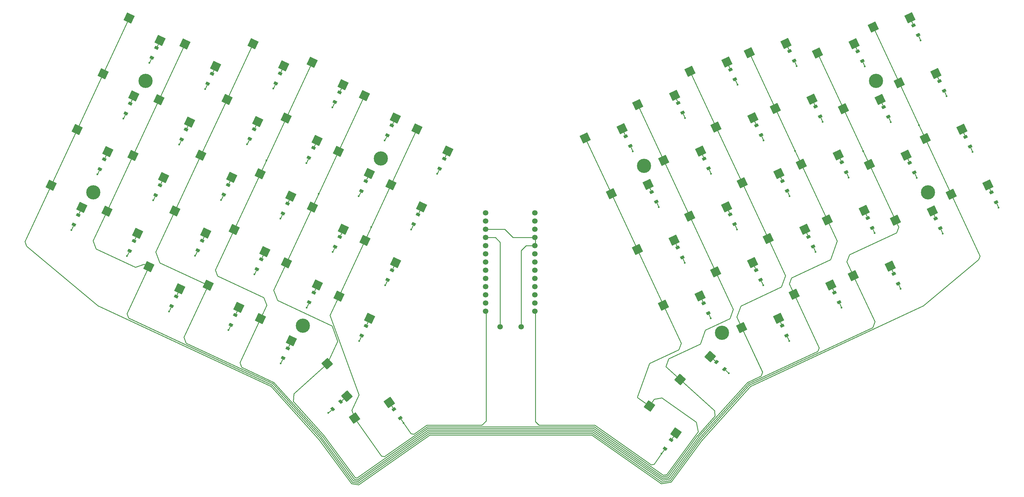
<source format=gbl>
%TF.GenerationSoftware,KiCad,Pcbnew,8.0.7*%
%TF.CreationDate,2024-12-23T04:44:47-05:00*%
%TF.ProjectId,mx,6d782e6b-6963-4616-945f-706362585858,v1.0.0*%
%TF.SameCoordinates,Original*%
%TF.FileFunction,Copper,L2,Bot*%
%TF.FilePolarity,Positive*%
%FSLAX46Y46*%
G04 Gerber Fmt 4.6, Leading zero omitted, Abs format (unit mm)*
G04 Created by KiCad (PCBNEW 8.0.7) date 2024-12-23 04:44:47*
%MOMM*%
%LPD*%
G01*
G04 APERTURE LIST*
G04 Aperture macros list*
%AMRotRect*
0 Rectangle, with rotation*
0 The origin of the aperture is its center*
0 $1 length*
0 $2 width*
0 $3 Rotation angle, in degrees counterclockwise*
0 Add horizontal line*
21,1,$1,$2,0,0,$3*%
G04 Aperture macros list end*
%TA.AperFunction,ComponentPad*%
%ADD10C,0.600000*%
%TD*%
%TA.AperFunction,ComponentPad*%
%ADD11C,0.700000*%
%TD*%
%TA.AperFunction,ComponentPad*%
%ADD12C,4.400000*%
%TD*%
%TA.AperFunction,ComponentPad*%
%ADD13C,1.700000*%
%TD*%
%TA.AperFunction,SMDPad,CuDef*%
%ADD14RotRect,0.900000X1.200000X65.000000*%
%TD*%
%TA.AperFunction,SMDPad,CuDef*%
%ADD15RotRect,2.600000X2.600000X25.000000*%
%TD*%
%TA.AperFunction,SMDPad,CuDef*%
%ADD16RotRect,0.900000X1.200000X115.000000*%
%TD*%
%TA.AperFunction,SMDPad,CuDef*%
%ADD17RotRect,2.600000X2.600000X335.000000*%
%TD*%
%TA.AperFunction,SMDPad,CuDef*%
%ADD18RotRect,0.900000X1.200000X55.000000*%
%TD*%
%TA.AperFunction,SMDPad,CuDef*%
%ADD19RotRect,0.900000X1.200000X125.000000*%
%TD*%
%TA.AperFunction,SMDPad,CuDef*%
%ADD20RotRect,2.600000X2.600000X48.000000*%
%TD*%
%TA.AperFunction,SMDPad,CuDef*%
%ADD21RotRect,0.900000X1.200000X42.000000*%
%TD*%
%TA.AperFunction,SMDPad,CuDef*%
%ADD22RotRect,2.600000X2.600000X312.000000*%
%TD*%
%TA.AperFunction,SMDPad,CuDef*%
%ADD23RotRect,2.600000X2.600000X35.000000*%
%TD*%
%TA.AperFunction,SMDPad,CuDef*%
%ADD24RotRect,2.600000X2.600000X325.000000*%
%TD*%
%TA.AperFunction,SMDPad,CuDef*%
%ADD25RotRect,0.900000X1.200000X138.000000*%
%TD*%
%TA.AperFunction,Conductor*%
%ADD26C,0.250000*%
%TD*%
G04 APERTURE END LIST*
D10*
X336233669Y-120975446D03*
X344284549Y-138240606D03*
X171584677Y-109435315D03*
D11*
X96022972Y-90226875D03*
X95967885Y-91488529D03*
X96954047Y-89373701D03*
X96821059Y-92419604D03*
D12*
X97518380Y-90924196D03*
D11*
X98215701Y-89428788D03*
X98082713Y-92474691D03*
X99068875Y-90359863D03*
X99013788Y-91621517D03*
X250296683Y-117934030D03*
X250241596Y-116672377D03*
X251227759Y-118787204D03*
X251094770Y-115741301D03*
D12*
X251792091Y-117236709D03*
D11*
X252489412Y-118732117D03*
X252356423Y-115686214D03*
X253342586Y-117801041D03*
X253287499Y-116539388D03*
D10*
X280741480Y-92124339D03*
X336892449Y-104641688D03*
X298558558Y-112586675D03*
D13*
X218049070Y-131824890D03*
X218049070Y-134364887D03*
X218049071Y-136904891D03*
X218049070Y-139444889D03*
X218049070Y-141984887D03*
X218049071Y-144524889D03*
X218049070Y-147064888D03*
X218049069Y-149604889D03*
X218049070Y-152144891D03*
X218049070Y-154684889D03*
X218049071Y-157224888D03*
X218049070Y-159764891D03*
X218049069Y-162304889D03*
X202809070Y-162304888D03*
X202809070Y-159764891D03*
X202809069Y-157224887D03*
X202809070Y-154684889D03*
X202809070Y-152144891D03*
X202809069Y-149604889D03*
X202809070Y-147064890D03*
X202809071Y-144524889D03*
X202809070Y-141984887D03*
X202809070Y-139444889D03*
X202809069Y-136904890D03*
X202809070Y-134364887D03*
X202809071Y-131824889D03*
D10*
X337397080Y-78394239D03*
X104850841Y-162394212D03*
X139381167Y-178495965D03*
X179742420Y-137017128D03*
X272476878Y-164553120D03*
X147325177Y-116383834D03*
X177407955Y-196940240D03*
X163640662Y-171547451D03*
X82618709Y-119918899D03*
D11*
X338206112Y-126151843D03*
X338151025Y-124890190D03*
X339137188Y-127005017D03*
X339004199Y-123959114D03*
D12*
X339701520Y-125454522D03*
D11*
X340398841Y-126949930D03*
X340265852Y-123904027D03*
X341252015Y-126018854D03*
X341196928Y-124757201D03*
D10*
X320131912Y-86445115D03*
X171691540Y-154282284D03*
D11*
X274449323Y-169729518D03*
X274394236Y-168467865D03*
X275380399Y-170582692D03*
X275247410Y-167536789D03*
D12*
X275944731Y-169032197D03*
D11*
X276642052Y-170527605D03*
X276509063Y-167481702D03*
X277495226Y-169596529D03*
X277440139Y-168334876D03*
D10*
X151153597Y-125920280D03*
X315164944Y-120869552D03*
X312944989Y-161184988D03*
X272583739Y-119706143D03*
X107934744Y-110704613D03*
X288792354Y-109389497D03*
X307114062Y-103604385D03*
X304894111Y-143919825D03*
X319627285Y-112692564D03*
X288685492Y-154236476D03*
X112901718Y-145129050D03*
X74567827Y-137184059D03*
X264425999Y-147287957D03*
X129003472Y-110598724D03*
X361549707Y-130189734D03*
X139274306Y-133648994D03*
X134944981Y-115603632D03*
X353498830Y-112924568D03*
X299063184Y-86339227D03*
X98720461Y-85388570D03*
X296843235Y-126654661D03*
X120952598Y-127863884D03*
X248324244Y-112757629D03*
X137054351Y-93333560D03*
X155482920Y-143965640D03*
X257267153Y-206432931D03*
X131223425Y-150914154D03*
X90669583Y-102653736D03*
X91832992Y-145234943D03*
X280634617Y-136971309D03*
D13*
X207309072Y-167159890D03*
X213809072Y-167159894D03*
D10*
X345447956Y-95659405D03*
X167362214Y-136236928D03*
X154113071Y-193823305D03*
X163533800Y-126700473D03*
X323215819Y-138134718D03*
X115985624Y-93439450D03*
X99883871Y-127969775D03*
D11*
X144734551Y-166069106D03*
X144679464Y-167330760D03*
X145665626Y-165215932D03*
X145532638Y-168261835D03*
D12*
X146229959Y-166766427D03*
D11*
X146927280Y-165271019D03*
X146794292Y-168316922D03*
X147780454Y-166202094D03*
X147725367Y-167463748D03*
D10*
X264532859Y-102440980D03*
D11*
X322104360Y-91621517D03*
X322049273Y-90359864D03*
X323035436Y-92474691D03*
X322902447Y-89428788D03*
D12*
X323599768Y-90924196D03*
D11*
X324297089Y-92419604D03*
X324164100Y-89373701D03*
X325150263Y-91488528D03*
X325095176Y-90226875D03*
D10*
X331266697Y-155399879D03*
D11*
X79921216Y-124757204D03*
X79866129Y-126018858D03*
X80852291Y-123904030D03*
X80719303Y-126949933D03*
D12*
X81416624Y-125454525D03*
D11*
X82113945Y-123959117D03*
X81980957Y-127005020D03*
X82967119Y-124890192D03*
X82912032Y-126151846D03*
D10*
X123172552Y-168179319D03*
X147432042Y-161230803D03*
X187793297Y-119751960D03*
D11*
X168887188Y-114273616D03*
X168832101Y-115535270D03*
X169818263Y-113420442D03*
X169685275Y-116466345D03*
D12*
X170382596Y-114970937D03*
D11*
X171079917Y-113475529D03*
X170946929Y-116521432D03*
X171933091Y-114406604D03*
X171878004Y-115668258D03*
D10*
X296736372Y-171501634D03*
X256375121Y-130022791D03*
X328182788Y-103710285D03*
X155376060Y-99118667D03*
X278079188Y-181524263D03*
D14*
X172366520Y-107758646D03*
X173761162Y-104767830D03*
D15*
X241702214Y-125886275D03*
X253099832Y-122998910D03*
X305459005Y-82308598D03*
X316856623Y-79421233D03*
D14*
X113683559Y-143452377D03*
X115078201Y-140461561D03*
D16*
X288010512Y-107712829D03*
X286615870Y-104722013D03*
D17*
X141062377Y-102484824D03*
X150600471Y-109359942D03*
D16*
X344666116Y-93982733D03*
X343271474Y-90991917D03*
D14*
X188575140Y-118075294D03*
X189969782Y-115084478D03*
X123954393Y-166502648D03*
X125349035Y-163511832D03*
D15*
X322724172Y-74257720D03*
X334121790Y-71370355D03*
X274012585Y-150099952D03*
X285410203Y-147212587D03*
D16*
X255593273Y-128346121D03*
X254198631Y-125355305D03*
X314383100Y-119192883D03*
X312988458Y-116202067D03*
D15*
X282170322Y-122518139D03*
X293567940Y-119630774D03*
D17*
X114689794Y-113964879D03*
X124227888Y-120839997D03*
D14*
X105632682Y-160717542D03*
X107027324Y-157726726D03*
X108716588Y-109027947D03*
X110111230Y-106037131D03*
D15*
X290221204Y-139783304D03*
X301618822Y-136895939D03*
D18*
X258328267Y-204917500D03*
X260221069Y-202214296D03*
D17*
X101671941Y-96805613D03*
X111210035Y-103680731D03*
D16*
X287903652Y-152559803D03*
X286509010Y-149568987D03*
D14*
X172473378Y-152605624D03*
X173868020Y-149614808D03*
X156157903Y-97441999D03*
X157552545Y-94451183D03*
X140163011Y-176819299D03*
X141557653Y-173828483D03*
X180524261Y-135340458D03*
X181918903Y-132349642D03*
D17*
X149113258Y-85219663D03*
X158651352Y-92094781D03*
X133118365Y-164596962D03*
X142656459Y-171472080D03*
D16*
X322433980Y-136458048D03*
X321039338Y-133467232D03*
D17*
X76355899Y-106019892D03*
X85893993Y-112895010D03*
D15*
X249859954Y-98304465D03*
X261257572Y-95417100D03*
D16*
X279852768Y-135294636D03*
X278458126Y-132303820D03*
X360767863Y-128513062D03*
X359373221Y-125522246D03*
X295954526Y-169824965D03*
X294559884Y-166834149D03*
D19*
X176346840Y-195424812D03*
X174454038Y-192721608D03*
D15*
X274119444Y-105252975D03*
X285517062Y-102365610D03*
D16*
X263644154Y-145611287D03*
X262249512Y-142620471D03*
X312163148Y-159508319D03*
X310768506Y-156517503D03*
D14*
X99502301Y-83711902D03*
X100896943Y-80721086D03*
D17*
X122740672Y-96699717D03*
X132278766Y-103574835D03*
D14*
X137836191Y-91656883D03*
X139230833Y-88666067D03*
X83400548Y-118242232D03*
X84795190Y-115251416D03*
D16*
X296061387Y-124977990D03*
X294666745Y-121987174D03*
D14*
X75349670Y-135507394D03*
X76744312Y-132516578D03*
D16*
X271801895Y-118029476D03*
X270407253Y-115038660D03*
D14*
X140056146Y-131972324D03*
X141450788Y-128981508D03*
D15*
X257803970Y-160416599D03*
X269201588Y-157529234D03*
D17*
X92457655Y-71489569D03*
X101995749Y-78364687D03*
D15*
X300492033Y-116733033D03*
X311889651Y-113845668D03*
D16*
X304112266Y-142243154D03*
X302717624Y-139252338D03*
D17*
X157377862Y-157648447D03*
X166915956Y-164523565D03*
D15*
X265961706Y-132834785D03*
X277359324Y-129947420D03*
D14*
X129785317Y-108922052D03*
X131179959Y-105931236D03*
D17*
X165428732Y-140383286D03*
X174966826Y-147258404D03*
D16*
X343502708Y-136563937D03*
X342108066Y-133573121D03*
D20*
X262956433Y-183449736D03*
X272319813Y-176338502D03*
D14*
X121734438Y-126187218D03*
X123129080Y-123196402D03*
D15*
X292441156Y-99467869D03*
X303838774Y-96580504D03*
D17*
X93621064Y-114070774D03*
X103159158Y-120945892D03*
D14*
X116767467Y-91762779D03*
X118162109Y-88771963D03*
D17*
X130791547Y-79434555D03*
X140329641Y-86309673D03*
X85570185Y-131335934D03*
X95108279Y-138211052D03*
X106638917Y-131230045D03*
X116177011Y-138105163D03*
D14*
X164422502Y-169870782D03*
X165817144Y-166879966D03*
D15*
X249753091Y-143151438D03*
X261150709Y-140264073D03*
D17*
X173479615Y-123118121D03*
X183017709Y-129993239D03*
D16*
X263751017Y-100764315D03*
X262356375Y-97773499D03*
X330484855Y-153723211D03*
X329090213Y-150732395D03*
X336615233Y-76717568D03*
X335220591Y-73726752D03*
D14*
X164315642Y-125023807D03*
X165710284Y-122032991D03*
D21*
X155487887Y-192585418D03*
X157940265Y-190377286D03*
D22*
X153778900Y-178582140D03*
X159872441Y-188637549D03*
D14*
X148107026Y-114707159D03*
X149501668Y-111716343D03*
D15*
X338825922Y-108788047D03*
X350223540Y-105900682D03*
D16*
X306332221Y-101927720D03*
X304937579Y-98936904D03*
D14*
X132005271Y-149237489D03*
X133399913Y-146246673D03*
D17*
X165321874Y-95536312D03*
X174859968Y-102411430D03*
X124960625Y-137015150D03*
X134498719Y-143890268D03*
D16*
X352716991Y-111247899D03*
X351322349Y-108257083D03*
D17*
X98588037Y-148495204D03*
X108126131Y-155370322D03*
D16*
X327400946Y-102033617D03*
X326006304Y-99042801D03*
X279959634Y-90447663D03*
X278564992Y-87456847D03*
D17*
X141169242Y-147331801D03*
X150707336Y-154206919D03*
X109722818Y-79540448D03*
X119260912Y-86415566D03*
D15*
X298272080Y-157048467D03*
X309669698Y-154161102D03*
X282063464Y-167365115D03*
X293461082Y-164477750D03*
X233651335Y-108621111D03*
X245048953Y-105733746D03*
X257910826Y-115569622D03*
X269308444Y-112682257D03*
X330775048Y-91522883D03*
X342172666Y-88635518D03*
X308542914Y-133998194D03*
X319940532Y-131110829D03*
X321560759Y-116838922D03*
X332958377Y-113951557D03*
D14*
X100665711Y-126293106D03*
X102060353Y-123302290D03*
D23*
X162239668Y-195414481D03*
X172962743Y-190591807D03*
D17*
X133011499Y-119749988D03*
X142549593Y-126625106D03*
D14*
X148213884Y-159554132D03*
X149608526Y-156563316D03*
D16*
X319350072Y-84768450D03*
X317955430Y-81777634D03*
D17*
X181530494Y-105852955D03*
X191068588Y-112728073D03*
D16*
X298281341Y-84662555D03*
X296886699Y-81671739D03*
X335451828Y-119298776D03*
X334057186Y-116307960D03*
D14*
X156264767Y-142288968D03*
X157659409Y-139298152D03*
D15*
X313509883Y-99573760D03*
X324907501Y-96686395D03*
D16*
X247542397Y-111080961D03*
X246147755Y-108090145D03*
D14*
X92614838Y-143558272D03*
X94009480Y-140567456D03*
D15*
X329611641Y-134104088D03*
X341009259Y-131216723D03*
D24*
X253513031Y-191657557D03*
X261712367Y-200084501D03*
D17*
X149220122Y-130066633D03*
X158758216Y-136941751D03*
X68305022Y-123285062D03*
X77843116Y-130160180D03*
X157270995Y-112801469D03*
X166809089Y-119676587D03*
D25*
X276704370Y-180286372D03*
X274251990Y-178078238D03*
D15*
X284390278Y-82202705D03*
X295787896Y-79315340D03*
D17*
X116909744Y-154280318D03*
X126447838Y-161155436D03*
D15*
X346876800Y-126053209D03*
X358274418Y-123165844D03*
D16*
X271695036Y-162876452D03*
X270300394Y-159885636D03*
D17*
X84406780Y-88754732D03*
X93944874Y-95629850D03*
D15*
X316593791Y-151263358D03*
X327991409Y-148375993D03*
D14*
X91451424Y-100977066D03*
X92846066Y-97986250D03*
D15*
X266068564Y-87987816D03*
X277466182Y-85100451D03*
D26*
X163471218Y-216091102D02*
X164102450Y-215627288D01*
X257015691Y-215627287D02*
X256899397Y-215545862D01*
X151247620Y-202112225D02*
X151253984Y-202112560D01*
X235606792Y-200636618D02*
X235606778Y-200636618D01*
X68305023Y-123285059D02*
X60177931Y-140713667D01*
X256899397Y-215545862D02*
X235606792Y-200636618D01*
X68305019Y-123285056D02*
X68305022Y-123285060D01*
X136379916Y-185601866D02*
X136381204Y-185601398D01*
X322724173Y-74257719D02*
X330775049Y-91522876D01*
X84406780Y-88754733D02*
X84343637Y-88890139D01*
X346876798Y-126053207D02*
X346876802Y-126053208D01*
X185538005Y-200636625D02*
X185538006Y-200636623D01*
X183348900Y-202150782D02*
X183358732Y-202152510D01*
X284728022Y-185623208D02*
X284709516Y-185631850D01*
X336892445Y-104641689D02*
X336892449Y-104641688D01*
X336892447Y-104641692D02*
X336892449Y-104641688D01*
X76355899Y-106019893D02*
X68305019Y-123285056D01*
X260211638Y-215249340D02*
X257135851Y-215719600D01*
X346876802Y-126053208D02*
X355806499Y-145203007D01*
X160782740Y-215080909D02*
X161278695Y-215755886D01*
X84343637Y-88890139D02*
X84343633Y-88890141D01*
X60177931Y-140713667D02*
X60707719Y-142169243D01*
X338253526Y-160614517D02*
X338247693Y-160613985D01*
X164102450Y-215627288D02*
X183348900Y-202150782D01*
X82856891Y-160608094D02*
X82857677Y-160608020D01*
X82857677Y-160608020D02*
X136379916Y-185601866D01*
X185538006Y-200636623D02*
X235606778Y-200636618D01*
X338825923Y-108788048D02*
X346876798Y-126053207D01*
X330775049Y-91522876D02*
X330775048Y-91522884D01*
X84343633Y-88890141D02*
X76355899Y-106019893D01*
X136381204Y-185601398D02*
X151247620Y-202112225D01*
X338247693Y-160613985D02*
X284735276Y-185603240D01*
X185523646Y-200636620D02*
X185538005Y-200636625D01*
X84406776Y-88754728D02*
X84406780Y-88754733D01*
X60707719Y-142169243D02*
X82856891Y-160608094D01*
X330775048Y-91522884D02*
X336892445Y-104641689D01*
X284709516Y-185631850D02*
X269837258Y-202149166D01*
X161278695Y-215755886D02*
X163471218Y-216091102D01*
X355389302Y-146349244D02*
X338253526Y-160614517D01*
X284735276Y-185603240D02*
X284728022Y-185623208D01*
X355806499Y-145203007D02*
X355389302Y-146349244D01*
X338825923Y-108788048D02*
X336892447Y-104641692D01*
X92457654Y-71489571D02*
X84406776Y-88754728D01*
X269837258Y-202149166D02*
X269662122Y-202387523D01*
X183358732Y-202152510D02*
X185523646Y-200636620D01*
X257135851Y-215719600D02*
X256899397Y-215545862D01*
X151253984Y-202112560D02*
X160782740Y-215080909D01*
X260211638Y-215249340D02*
X269662122Y-202387523D01*
X76744312Y-132516571D02*
X76744312Y-132516574D01*
X77843117Y-130160180D02*
X76744312Y-132516571D01*
X208717318Y-136904890D02*
X211257317Y-139444890D01*
X218179071Y-141984886D02*
X218179070Y-139444886D01*
X215311284Y-141984885D02*
X213809070Y-143487099D01*
X218179071Y-141984886D02*
X215311284Y-141984885D01*
X213809070Y-143487099D02*
X213809071Y-167159892D01*
X211257317Y-139444890D02*
X218179070Y-139444886D01*
X202939071Y-136904890D02*
X208717318Y-136904890D01*
X85893992Y-112895012D02*
X84795186Y-115251405D01*
X84795186Y-115251405D02*
X84795191Y-115251414D01*
X92846069Y-97986247D02*
X92846067Y-97986249D01*
X93944873Y-95629853D02*
X92846069Y-97986247D01*
X101995749Y-78364688D02*
X100896942Y-80721079D01*
X100896942Y-80721079D02*
X100896942Y-80721082D01*
X316593790Y-151263356D02*
X323262733Y-165544339D01*
X163815659Y-215217712D02*
X185353694Y-200136617D01*
X322599121Y-167369362D02*
X284432247Y-185192549D01*
X269449055Y-201833075D02*
X269449019Y-201833120D01*
X98588035Y-148495209D02*
X91771541Y-163092157D01*
X185532829Y-200136621D02*
X185733867Y-200136625D01*
X235764452Y-200136622D02*
X235751613Y-200138887D01*
X109722821Y-79540448D02*
X101671940Y-96805613D01*
X185532824Y-200136622D02*
X185532829Y-200136621D01*
X85570186Y-131335935D02*
X81314530Y-140462217D01*
X91775374Y-163105008D02*
X92263454Y-164446001D01*
X269449019Y-201833120D02*
X269448200Y-201834229D01*
X101671940Y-96805613D02*
X101617113Y-96923195D01*
X319627283Y-112692565D02*
X319627285Y-112692564D01*
X329611638Y-134104086D02*
X329611640Y-134104087D01*
X314592681Y-146971968D02*
X316593791Y-151263359D01*
X257154564Y-215114143D02*
X235764452Y-200136622D01*
X307827564Y-87387991D02*
X313509883Y-99573760D01*
X323262733Y-165544339D02*
X322599562Y-167369523D01*
X98588038Y-148495205D02*
X91775374Y-163105008D01*
X322599562Y-167369523D02*
X322599121Y-167369362D01*
X329611640Y-134104087D02*
X330606895Y-136238420D01*
X323258878Y-165556690D02*
X322599121Y-167369362D01*
X269448200Y-201834229D02*
X269401768Y-201897426D01*
X269348212Y-201970318D02*
X259931343Y-214786386D01*
X91771541Y-163092157D02*
X92263454Y-164446001D01*
X321560757Y-116838920D02*
X329611638Y-134104086D01*
X185733876Y-200136621D02*
X235748376Y-200136626D01*
X284432247Y-185192549D02*
X269449055Y-201833075D01*
X97010530Y-147759600D02*
X98588038Y-148495205D01*
X316593791Y-151263359D02*
X323258878Y-165556690D01*
X185353702Y-200136618D02*
X185532824Y-200136622D01*
X329957528Y-138022542D02*
X315375036Y-144822468D01*
X305459003Y-82308599D02*
X307827561Y-87387989D01*
X82238299Y-143000247D02*
X94446265Y-148692914D01*
X185733867Y-200136625D02*
X185733876Y-200136621D01*
X257268014Y-215193578D02*
X257158980Y-215113466D01*
X315375036Y-144822468D02*
X314592681Y-146971968D01*
X136694162Y-185194273D02*
X151633273Y-201785838D01*
X101617111Y-96923192D02*
X93621064Y-114070774D01*
X321560757Y-116838920D02*
X319627283Y-112692565D01*
X101617113Y-96923195D02*
X101617111Y-96923192D01*
X235751613Y-200138887D02*
X235748376Y-200136626D01*
X81314530Y-140462217D02*
X82238299Y-143000247D01*
X307827561Y-87387989D02*
X307827564Y-87387991D01*
X92263454Y-164446001D02*
X136694162Y-185194273D01*
X257158980Y-215113466D02*
X257154564Y-215114143D01*
X185353694Y-200136617D02*
X185353702Y-200136618D01*
X163342057Y-215565544D02*
X163815588Y-215217607D01*
X151633350Y-201784439D02*
X161558992Y-215292929D01*
X319627278Y-112692561D02*
X319627285Y-112692564D01*
X161558992Y-215292929D02*
X163342057Y-215565544D01*
X330606895Y-136238420D02*
X329957528Y-138022542D01*
X269401768Y-201897426D02*
X269348212Y-201970318D01*
X259931343Y-214786386D02*
X257268014Y-215193578D01*
X93621064Y-114070774D02*
X85570186Y-131335935D01*
X151633273Y-201785838D02*
X151633350Y-201784439D01*
X313509883Y-99573760D02*
X319627278Y-112692561D01*
X94446265Y-148692914D02*
X97010530Y-147759600D01*
X94009477Y-140567446D02*
X94009478Y-140567457D01*
X95108279Y-138211055D02*
X94009477Y-140567446D01*
X102060351Y-123302289D02*
X102060352Y-123302293D01*
X103159158Y-120945892D02*
X102060351Y-123302289D01*
X110111228Y-106037128D02*
X110111229Y-106037132D01*
X111210035Y-103680732D02*
X110111228Y-106037128D01*
X118162109Y-88771961D02*
X118162109Y-88771966D01*
X119260914Y-86415565D02*
X118162109Y-88771961D01*
X108126130Y-155370322D02*
X107027326Y-157726723D01*
X185196050Y-199636620D02*
X185290702Y-199636618D01*
X235922097Y-199636622D02*
X235907909Y-199639123D01*
X306006123Y-173634177D02*
X305597683Y-174756355D01*
X305597683Y-174756355D02*
X284129453Y-184781600D01*
X106638916Y-131230045D02*
X114689793Y-113964883D01*
X284129453Y-184781600D02*
X269060846Y-201516982D01*
X292441155Y-99467869D02*
X292441156Y-99467872D01*
X130791549Y-79434556D02*
X122740668Y-96699713D01*
X298272079Y-157048468D02*
X296761209Y-153808397D01*
X122740671Y-96699719D02*
X114689794Y-113964879D01*
X257385149Y-214665214D02*
X235922097Y-199636622D01*
X311610069Y-140575728D02*
X308542916Y-133998195D01*
X305598309Y-174756576D02*
X305597683Y-174756355D01*
X306011007Y-173620744D02*
X305598309Y-174756576D01*
X116909744Y-154280321D02*
X109399571Y-170385934D01*
X235907909Y-199639123D02*
X235904339Y-199636625D01*
X109395470Y-170371513D02*
X110061913Y-172205701D01*
X284390278Y-82202708D02*
X292441155Y-99467869D01*
X259654897Y-214318188D02*
X257385149Y-214665214D01*
X161839290Y-214829978D02*
X163210229Y-215039583D01*
X163210229Y-215039583D02*
X163451102Y-214862593D01*
X309515693Y-146329977D02*
X311610069Y-140575728D01*
X152030564Y-201480606D02*
X161839290Y-214829978D01*
X110061913Y-172205701D02*
X110067507Y-172203669D01*
X259654897Y-214318188D02*
X269060846Y-201516982D01*
X163451102Y-214862593D02*
X163638297Y-214731521D01*
X109399571Y-170385934D02*
X110061913Y-172205701D01*
X298558553Y-112586672D02*
X298558558Y-112586675D01*
X296761209Y-153808397D02*
X297432316Y-151964550D01*
X298272080Y-157048465D02*
X306011007Y-173620744D01*
X106638916Y-131230045D02*
X100701239Y-143963434D01*
X136992862Y-184777283D02*
X152021541Y-201468329D01*
X297432316Y-151964550D02*
X309515693Y-146329977D01*
X163638297Y-214731521D02*
X163720229Y-214674149D01*
X300492032Y-116733032D02*
X308542908Y-133998194D01*
X122740668Y-96699713D02*
X122740671Y-96699719D01*
X116909745Y-154280318D02*
X109395470Y-170371513D01*
X101910590Y-147286097D02*
X116909744Y-154280321D01*
X185290702Y-199636618D02*
X235904339Y-199636625D01*
X292441156Y-99467872D02*
X298558553Y-112586672D01*
X163528876Y-214808138D02*
X163720229Y-214674149D01*
X110067507Y-172203669D02*
X136992862Y-184777283D01*
X308542908Y-133998194D02*
X308542916Y-133998195D01*
X300492032Y-116733032D02*
X298558556Y-112586679D01*
X298272079Y-157048468D02*
X306006123Y-173634177D01*
X100701239Y-143963434D02*
X101910590Y-147286097D01*
X114689793Y-113964883D02*
X114689794Y-113964879D01*
X152021541Y-201468329D02*
X152030564Y-201480606D01*
X163720229Y-214674149D02*
X185196050Y-199636620D01*
X298558556Y-112586679D02*
X298558558Y-112586675D01*
X115078202Y-140461557D02*
X115078203Y-140461560D01*
X116177008Y-138105161D02*
X115078202Y-140461557D01*
X124227888Y-120839997D02*
X123129081Y-123196400D01*
X132278765Y-103574836D02*
X131179959Y-105931235D01*
X131179959Y-105931235D02*
X131179957Y-105931235D01*
X140329642Y-86309669D02*
X139230836Y-88666065D01*
X139230836Y-88666065D02*
X139230831Y-88666063D01*
X126447838Y-161155439D02*
X125349034Y-163511831D01*
X125349034Y-163511831D02*
X125349032Y-163511832D01*
X185041401Y-199136620D02*
X236067482Y-199136621D01*
X281764255Y-160671975D02*
X280527235Y-164070664D01*
X274119445Y-105252976D02*
X282170321Y-122518140D01*
X259385126Y-213840909D02*
X268637090Y-201249278D01*
X126767896Y-178215587D02*
X127309447Y-179703488D01*
X119120149Y-149540088D02*
X119782725Y-151360498D01*
X124960626Y-137015149D02*
X119120149Y-149540088D01*
X133118369Y-164596959D02*
X126767896Y-178215587D01*
X163077887Y-214513538D02*
X185038395Y-199136622D01*
X288496168Y-181160096D02*
X288044291Y-182401617D01*
X290221198Y-139783304D02*
X290221204Y-139783307D01*
X162119583Y-214367021D02*
X163077887Y-214513538D01*
X127309447Y-179703488D02*
X127310074Y-179703260D01*
X141062378Y-102484825D02*
X141062376Y-102484825D01*
X127310074Y-179703260D02*
X137295652Y-184366334D01*
X137295652Y-184366334D02*
X152409757Y-201152241D01*
X185038395Y-199136622D02*
X185040800Y-199137044D01*
X288499794Y-181147979D02*
X288044291Y-182401617D01*
X288043666Y-182401388D02*
X283826660Y-184370644D01*
X268648986Y-201233080D02*
X268637090Y-201249278D01*
X266068567Y-87987816D02*
X274119445Y-105252976D01*
X134165827Y-158067450D02*
X135041389Y-160473030D01*
X185040800Y-199137044D02*
X185041401Y-199136620D01*
X294343810Y-154806034D02*
X281764255Y-160671975D01*
X257492830Y-214130226D02*
X236079748Y-199136618D01*
X134944976Y-115603634D02*
X134944981Y-115603632D01*
X259385126Y-213840909D02*
X257492830Y-214130226D01*
X134944980Y-115603629D02*
X134944981Y-115603632D01*
X295607463Y-151334171D02*
X294343810Y-154806034D01*
X282170321Y-122518140D02*
X282170322Y-122518145D01*
X132999070Y-119776639D02*
X132999073Y-119776646D01*
X133011500Y-119749989D02*
X134944976Y-115603634D01*
X141062376Y-102484825D02*
X134944980Y-115603629D01*
X119782725Y-151360498D02*
X134165827Y-158067450D01*
X282063464Y-167365114D02*
X288499794Y-181147979D01*
X290221204Y-139783307D02*
X295607463Y-151334171D01*
X236067483Y-199136622D02*
X236067482Y-199136621D01*
X268672644Y-201200886D02*
X268672531Y-201201041D01*
X283826660Y-184370644D02*
X268672644Y-201200886D01*
X236079748Y-199136618D02*
X236067483Y-199136622D01*
X126764409Y-178203431D02*
X127309447Y-179703488D01*
X280527235Y-164070664D02*
X282063463Y-167365115D01*
X268672531Y-201201041D02*
X268648986Y-201233080D01*
X152409930Y-201152479D02*
X162119583Y-214367021D01*
X133011500Y-119749989D02*
X132999070Y-119776639D01*
X149113255Y-85219661D02*
X141062378Y-102484825D01*
X282063463Y-167365115D02*
X288496168Y-181160096D01*
X152409928Y-201152480D02*
X152409930Y-201152479D01*
X152409757Y-201152241D02*
X152409928Y-201152480D01*
X132999073Y-119776646D02*
X124960626Y-137015149D01*
X135041389Y-160473030D02*
X133118366Y-164596962D01*
X282170322Y-122518145D02*
X290221198Y-139783304D01*
X288044291Y-182401617D02*
X288043666Y-182401388D01*
X133118366Y-164596964D02*
X126764409Y-178203431D01*
X134498718Y-143890269D02*
X133399913Y-146246671D01*
X133399913Y-146246671D02*
X133399914Y-146246670D01*
X142549595Y-126625108D02*
X141450789Y-128981505D01*
X141450789Y-128981505D02*
X141450786Y-128981507D01*
X149501666Y-111716337D02*
X149501670Y-111716341D01*
X150600472Y-109359943D02*
X149501666Y-111716337D01*
X157552544Y-94451178D02*
X157552544Y-94451183D01*
X158651351Y-92094778D02*
X157552544Y-94451178D01*
X141557653Y-173828478D02*
X141557654Y-173828483D01*
X142656461Y-171472080D02*
X141557653Y-173828478D01*
X258551369Y-179440643D02*
X259431686Y-177021995D01*
X184880744Y-198636623D02*
X184901701Y-198640316D01*
X257910827Y-115569622D02*
X257910826Y-115569625D01*
X259431686Y-177021995D02*
X269219812Y-172457717D01*
X141169243Y-147331801D02*
X149220120Y-130066634D01*
X269219812Y-172457717D02*
X270772455Y-168191867D01*
X149220120Y-130066634D02*
X149220122Y-130066633D01*
X141169243Y-147331801D02*
X137209419Y-155823668D01*
X236230627Y-198636623D02*
X236230623Y-198636620D01*
X143293250Y-190280100D02*
X152787241Y-200824249D01*
X273686908Y-193111494D02*
X273774723Y-194787213D01*
X265961704Y-132834784D02*
X265961707Y-132834785D01*
X262956437Y-183449737D02*
X273686908Y-193111494D01*
X149220122Y-130066633D02*
X151153597Y-125920280D01*
X270772455Y-168191867D02*
X278394502Y-164637647D01*
X236237395Y-198636619D02*
X236230627Y-198636623D01*
X184906982Y-198636624D02*
X236230623Y-198636620D01*
X165321872Y-95536309D02*
X157270996Y-112801469D01*
X143417375Y-187911698D02*
X143293250Y-190280100D01*
X151153596Y-125920274D02*
X151153597Y-125920280D01*
X152789293Y-200824354D02*
X162399882Y-213904066D01*
X138350844Y-158959712D02*
X155289736Y-166858449D01*
X259109572Y-213371503D02*
X268251774Y-200929251D01*
X249859952Y-98304462D02*
X257910827Y-115569622D01*
X184901701Y-198640316D02*
X184906982Y-198636624D01*
X162955299Y-213988987D02*
X184880744Y-198636623D01*
X279445332Y-161750516D02*
X274012585Y-150099951D01*
X274012587Y-150099949D02*
X274012585Y-150099951D01*
X155289736Y-166858449D02*
X157023938Y-171623129D01*
X257608710Y-213600974D02*
X236237395Y-198636619D01*
X265961707Y-132834785D02*
X274012587Y-150099949D01*
X152787241Y-200824249D02*
X152789293Y-200824354D01*
X273774723Y-194787213D02*
X268284441Y-200884788D01*
X162399882Y-213904066D02*
X162955299Y-213988987D01*
X278394502Y-164637647D02*
X279445332Y-161750516D01*
X257910826Y-115569625D02*
X265961704Y-132834784D01*
X157270996Y-112801469D02*
X157270994Y-112801472D01*
X259109572Y-213371503D02*
X257608710Y-213600974D01*
X258553722Y-179485516D02*
X258551369Y-179440643D01*
X157023938Y-171623129D02*
X153778900Y-178582139D01*
X157270994Y-112801472D02*
X151153596Y-125920274D01*
X138065468Y-158175643D02*
X138350844Y-158959712D01*
X153778899Y-178582135D02*
X143417375Y-187911698D01*
X137209419Y-155823668D02*
X138065468Y-158175643D01*
X262956434Y-183449735D02*
X258553722Y-179485516D01*
X268284441Y-200884788D02*
X268251774Y-200929251D01*
X150707337Y-154206917D02*
X149608532Y-156563314D01*
X149608532Y-156563314D02*
X149608528Y-156563317D01*
X158758215Y-136941752D02*
X157659409Y-139298150D01*
X157659409Y-139298150D02*
X157659409Y-139298158D01*
X165710281Y-122032989D02*
X165710284Y-122032994D01*
X166809088Y-119676588D02*
X165710281Y-122032989D01*
X173761160Y-104767827D02*
X173761163Y-104767829D01*
X174859967Y-102411428D02*
X173761160Y-104767827D01*
X181530492Y-105852954D02*
X173479612Y-123118122D01*
X241702213Y-125886272D02*
X249753091Y-143151435D01*
X253499375Y-178497326D02*
X249755619Y-188783211D01*
X167362211Y-136236927D02*
X167362214Y-136236928D01*
X249804578Y-189060868D02*
X249755619Y-188783211D01*
X258834021Y-212902103D02*
X257724580Y-213071721D01*
X253513032Y-191657556D02*
X249804578Y-189060868D01*
X157377860Y-157648444D02*
X154621276Y-163559959D01*
X173479612Y-123118122D02*
X173479616Y-123118123D01*
X184723097Y-198136623D02*
X184733931Y-198138532D01*
X163583963Y-188184737D02*
X161353759Y-192967422D01*
X257311320Y-189179589D02*
X268016199Y-196675222D01*
X162239668Y-195414484D02*
X170503701Y-207216754D01*
X268016199Y-196675222D02*
X268546643Y-199683519D01*
X162239665Y-195414481D02*
X161613175Y-193693213D01*
X167362217Y-136236925D02*
X167362214Y-136236928D01*
X173479616Y-123118123D02*
X167362217Y-136236925D01*
X262526201Y-174288047D02*
X253499375Y-178497326D01*
X165428731Y-140383288D02*
X167362211Y-136236927D01*
X268546643Y-199683519D02*
X258834021Y-212902103D01*
X249753090Y-143151436D02*
X249805905Y-143264703D01*
X184733931Y-198138532D02*
X184736659Y-198136623D01*
X154621276Y-163559959D02*
X163583963Y-188184737D01*
X161574479Y-193586898D02*
X161577147Y-193581176D01*
X249805908Y-143264702D02*
X257803971Y-160416599D01*
X184736659Y-198136623D02*
X236393766Y-198136620D01*
X157377859Y-157648440D02*
X157377860Y-157648444D01*
X241702214Y-125886272D02*
X241702213Y-125886272D01*
X236394025Y-198136800D02*
X236393766Y-198136620D01*
X171503541Y-207393057D02*
X184723097Y-198136623D01*
X170503701Y-207216754D02*
X171503541Y-207393057D01*
X161613175Y-193693213D02*
X161391569Y-193084354D01*
X165428731Y-140383288D02*
X157377859Y-157648440D01*
X257724580Y-213071721D02*
X236395048Y-198136625D01*
X233651337Y-108621112D02*
X241702214Y-125886272D01*
X161577147Y-193581176D02*
X161353759Y-192967422D01*
X257803971Y-160416599D02*
X263291656Y-172184978D01*
X236395048Y-198136625D02*
X236394025Y-198136800D01*
X161613175Y-193693213D02*
X161574479Y-193586898D01*
X254957512Y-189594623D02*
X257311320Y-189179589D01*
X249805905Y-143264703D02*
X249805908Y-143264702D01*
X263291656Y-172184978D02*
X262526201Y-174288047D01*
X253513028Y-191657554D02*
X254957512Y-189594623D01*
X249753091Y-143151435D02*
X249753090Y-143151436D01*
X165817146Y-166879964D02*
X165817144Y-166879966D01*
X166915955Y-164523562D02*
X165817146Y-166879964D01*
X173868022Y-149614800D02*
X173868023Y-149614806D01*
X174966827Y-147258409D02*
X173868022Y-149614800D01*
X181918901Y-132349638D02*
X181918904Y-132349641D01*
X183017710Y-129993241D02*
X181918901Y-132349638D01*
X191068588Y-112728075D02*
X189969781Y-115084475D01*
X189969781Y-115084475D02*
X189969782Y-115084476D01*
X159872442Y-188637549D02*
X157940268Y-190377287D01*
X174454041Y-192721606D02*
X172962740Y-190591813D01*
X359373224Y-125522242D02*
X359373222Y-125522246D01*
X358274419Y-123165846D02*
X359373224Y-125522242D01*
X350223540Y-105900684D02*
X351322347Y-108257081D01*
X342172664Y-88635515D02*
X343271471Y-90991914D01*
X343271471Y-90991914D02*
X343271472Y-90991916D01*
X335220594Y-73726744D02*
X335220594Y-73726754D01*
X334121791Y-71370355D02*
X335220594Y-73726744D01*
X341009257Y-131216723D02*
X342108065Y-133573122D01*
X332958377Y-113951553D02*
X334057184Y-116307961D01*
X326006306Y-99042791D02*
X326006303Y-99042798D01*
X324907501Y-96686396D02*
X326006306Y-99042791D01*
X316856621Y-79421232D02*
X317955427Y-81777629D01*
X317955427Y-81777629D02*
X317955431Y-81777634D01*
X329090215Y-150732392D02*
X329090211Y-150732393D01*
X327991408Y-148375993D02*
X329090215Y-150732392D01*
X321039340Y-133467225D02*
X321039335Y-133467230D01*
X319940532Y-131110830D02*
X321039340Y-133467225D01*
X311889651Y-113845667D02*
X312988458Y-116202065D01*
X312988458Y-116202065D02*
X312988456Y-116202068D01*
X303838772Y-96580505D02*
X304937581Y-98936899D01*
X304937581Y-98936899D02*
X304937577Y-98936903D01*
X295787896Y-79315343D02*
X296886699Y-81671736D01*
X296886699Y-81671736D02*
X296886700Y-81671739D01*
X309669696Y-154161104D02*
X310768505Y-156517501D01*
X310768505Y-156517501D02*
X310768504Y-156517502D01*
X301618824Y-136895942D02*
X302717624Y-139252330D01*
X302717624Y-139252330D02*
X302717624Y-139252340D01*
X293567939Y-119630778D02*
X294666745Y-121987172D01*
X286615870Y-104722010D02*
X286615868Y-104722013D01*
X285517064Y-102365613D02*
X286615870Y-104722010D01*
X278564991Y-87456850D02*
X278564993Y-87456849D01*
X277466183Y-85100451D02*
X278564991Y-87456850D01*
X294559888Y-166834148D02*
X294559885Y-166834148D01*
X293461080Y-164477748D02*
X294559888Y-166834148D01*
X286509008Y-149568985D02*
X286509008Y-149568985D01*
X285410203Y-147212587D02*
X286509008Y-149568985D01*
X277359327Y-129947422D02*
X278458130Y-132303812D01*
X278458130Y-132303812D02*
X278458128Y-132303823D01*
X270407250Y-115038657D02*
X270407254Y-115038661D01*
X269308441Y-112682258D02*
X270407250Y-115038657D01*
X261257570Y-95417098D02*
X262356375Y-97773491D01*
X262356375Y-97773491D02*
X262356373Y-97773496D01*
X269201587Y-157529235D02*
X270300394Y-159885632D01*
X270300394Y-159885632D02*
X270300393Y-159885631D01*
X262249512Y-142620468D02*
X262249511Y-142620470D01*
X261150707Y-140264071D02*
X262249512Y-142620468D01*
X253099830Y-122998907D02*
X254198633Y-125355300D01*
X254198633Y-125355300D02*
X254198631Y-125355307D01*
X246147758Y-108090138D02*
X246147753Y-108090146D01*
X245048954Y-105733744D02*
X246147758Y-108090138D01*
X274251986Y-178078238D02*
X274251990Y-178078239D01*
X272319813Y-176338502D02*
X274251986Y-178078238D01*
X260221073Y-202214298D02*
X260221068Y-202214299D01*
X261712369Y-200084502D02*
X260221073Y-202214298D01*
X91832992Y-145234938D02*
X91832992Y-145234943D01*
X163640660Y-171547448D02*
X163640662Y-171547451D01*
X147432041Y-161230803D02*
X147432042Y-161230803D01*
X112901715Y-145129046D02*
X112901718Y-145129050D01*
X131223428Y-150914154D02*
X131223425Y-150914154D01*
X113683557Y-143452376D02*
X112901715Y-145129046D01*
X132005271Y-149237486D02*
X131223428Y-150914154D01*
X148213884Y-159554135D02*
X147432041Y-161230803D01*
X75349670Y-135507393D02*
X74567827Y-137184059D01*
X92614835Y-143558272D02*
X91832992Y-145234938D01*
X164422503Y-169870782D02*
X163640660Y-171547448D01*
X139274302Y-133648989D02*
X139274306Y-133648994D01*
X83400549Y-118242228D02*
X82618708Y-119918895D01*
X100665711Y-126293109D02*
X99883869Y-127969772D01*
X156264768Y-142288972D02*
X155482924Y-143965640D01*
X155482924Y-143965640D02*
X155482920Y-143965640D01*
X120952596Y-127863881D02*
X120952598Y-127863884D01*
X172473380Y-152605623D02*
X171691538Y-154282284D01*
X140056146Y-131972325D02*
X139274302Y-133648989D01*
X82618708Y-119918895D02*
X82618709Y-119918899D01*
X99883869Y-127969772D02*
X99883871Y-127969775D01*
X171691538Y-154282284D02*
X171691540Y-154282284D01*
X121734439Y-126187217D02*
X120952596Y-127863881D01*
X129785317Y-108922052D02*
X129003472Y-110598724D01*
X147325180Y-116383831D02*
X147325177Y-116383834D01*
X108716588Y-109027946D02*
X107934745Y-110704612D01*
X164315640Y-125023807D02*
X163533800Y-126700473D01*
X148107027Y-114707156D02*
X147325180Y-116383831D01*
X91451425Y-100977068D02*
X90669582Y-102653733D01*
X107934745Y-110704612D02*
X107934744Y-110704613D01*
X179742419Y-137017119D02*
X179742420Y-137017128D01*
X180524260Y-135340459D02*
X179742419Y-137017119D01*
X90669582Y-102653733D02*
X90669583Y-102653736D01*
X116767467Y-91762778D02*
X115985623Y-93439448D01*
X137836188Y-91656881D02*
X137054348Y-93333548D01*
X137054348Y-93333548D02*
X137054351Y-93333560D01*
X115985623Y-93439448D02*
X115985624Y-93439450D01*
X188575136Y-118075292D02*
X187793297Y-119751958D01*
X98720459Y-85388566D02*
X98720461Y-85388570D01*
X172366520Y-107758646D02*
X171584675Y-109435314D01*
X171584675Y-109435314D02*
X171584677Y-109435315D01*
X155376059Y-99118667D02*
X155376060Y-99118667D01*
X156157902Y-97441998D02*
X155376059Y-99118667D01*
X99502300Y-83711900D02*
X98720459Y-85388566D01*
X187793297Y-119751958D02*
X187793297Y-119751960D01*
X104850838Y-162394209D02*
X104850841Y-162394212D01*
X180620616Y-200398821D02*
X184558266Y-197641646D01*
X105632680Y-160717541D02*
X104850838Y-162394209D01*
X155487884Y-192585418D02*
X154113071Y-193823305D01*
X123954392Y-166502648D02*
X123172549Y-168179314D01*
X176346843Y-195424809D02*
X177407955Y-196940240D01*
X139381168Y-178495965D02*
X139381167Y-178495965D01*
X177407955Y-196940240D02*
X179718275Y-200239716D01*
X140163010Y-176819299D02*
X139381168Y-178495965D01*
X184559155Y-197636621D02*
X201639072Y-197636619D01*
X123172549Y-168179314D02*
X123172552Y-168179319D01*
X202939069Y-196336615D02*
X201639072Y-197636619D01*
X179718275Y-200239716D02*
X180620616Y-200398821D01*
X202939074Y-162304889D02*
X202939069Y-196336615D01*
X271695036Y-162876447D02*
X272476878Y-164553117D01*
X343502708Y-136563940D02*
X344284551Y-138240600D01*
X304112265Y-142243158D02*
X304894110Y-143919828D01*
X323215821Y-138134711D02*
X323215819Y-138134718D01*
X344284551Y-138240600D02*
X344284549Y-138240606D01*
X272476878Y-164553117D02*
X272476878Y-164553120D01*
X361549707Y-130189730D02*
X361549707Y-130189734D01*
X288685491Y-154236465D02*
X288685492Y-154236476D01*
X287903653Y-152559804D02*
X288685491Y-154236465D01*
X360767864Y-128513063D02*
X361549707Y-130189730D01*
X304894110Y-143919828D02*
X304894111Y-143919825D01*
X322433980Y-136458046D02*
X323215821Y-138134711D01*
X264425998Y-147287957D02*
X264425999Y-147287957D01*
X352716992Y-111247903D02*
X353498831Y-112924561D01*
X314383102Y-119192882D02*
X315164944Y-120869552D01*
X296843233Y-126654664D02*
X296843235Y-126654661D01*
X336233672Y-120975445D02*
X336233669Y-120975446D01*
X353498831Y-112924561D02*
X353498830Y-112924568D01*
X280634611Y-136971311D02*
X280634617Y-136971309D01*
X279852770Y-135294640D02*
X280634611Y-136971311D01*
X296061388Y-124977992D02*
X296843233Y-126654664D01*
X335451830Y-119298774D02*
X336233672Y-120975445D01*
X263644155Y-145611287D02*
X264425998Y-147287957D01*
X345447957Y-95659398D02*
X345447956Y-95659405D01*
X272583738Y-119706143D02*
X272583739Y-119706143D01*
X306332222Y-101927721D02*
X307114062Y-103604385D01*
X271801898Y-118029475D02*
X272583738Y-119706143D01*
X344666114Y-93982731D02*
X345447957Y-95659398D01*
X288010511Y-107712831D02*
X288792354Y-109389497D01*
X327400946Y-102033613D02*
X328182789Y-103710281D01*
X256375117Y-130022788D02*
X256375121Y-130022791D01*
X255593275Y-128346120D02*
X256375117Y-130022788D01*
X328182789Y-103710281D02*
X328182788Y-103710285D01*
X298281343Y-84662554D02*
X299063186Y-86339223D01*
X248324240Y-112757631D02*
X248324244Y-112757629D01*
X280741479Y-92124337D02*
X280741480Y-92124339D01*
X320131913Y-86445112D02*
X320131912Y-86445115D01*
X336615233Y-76717572D02*
X337397076Y-78394239D01*
X247542399Y-111080962D02*
X248324240Y-112757631D01*
X337397076Y-78394239D02*
X337397080Y-78394239D01*
X263751015Y-100764315D02*
X264532857Y-102440980D01*
X279959637Y-90447665D02*
X280741479Y-92124337D01*
X299063186Y-86339223D02*
X299063184Y-86339227D01*
X319350074Y-84768448D02*
X320131913Y-86445112D01*
X264532857Y-102440980D02*
X264532859Y-102440980D01*
X257267153Y-206432931D02*
X254980398Y-209698757D01*
X312944990Y-161184984D02*
X312944989Y-161184988D01*
X296736371Y-171501631D02*
X296736372Y-171501634D01*
X218179068Y-196536620D02*
X219279075Y-197636620D01*
X330484856Y-153723212D02*
X331266696Y-155399876D01*
X219279075Y-197636620D02*
X236556909Y-197636623D01*
X312163149Y-159508318D02*
X312944990Y-161184984D01*
X236557499Y-197639983D02*
X236556909Y-197636623D01*
X276704370Y-180286371D02*
X278079189Y-181524265D01*
X254980398Y-209698757D02*
X254020844Y-209867950D01*
X258328267Y-204917502D02*
X257267153Y-206432931D01*
X331266696Y-155399876D02*
X331266697Y-155399879D01*
X295954527Y-169824965D02*
X296736371Y-171501631D01*
X278079189Y-181524265D02*
X278079188Y-181524263D01*
X254020844Y-209867950D02*
X236557499Y-197639983D01*
X218179068Y-162304888D02*
X218179068Y-196536620D01*
X202939070Y-139444889D02*
X205817318Y-139444887D01*
X205817318Y-139444887D02*
X207309073Y-140936643D01*
X207309073Y-140936643D02*
X207309072Y-167159890D01*
M02*

</source>
